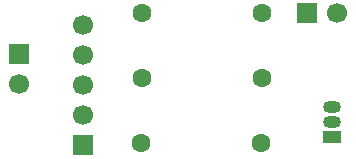
<source format=gbr>
%TF.GenerationSoftware,KiCad,Pcbnew,9.0.4*%
%TF.CreationDate,2025-08-23T19:45:09-04:00*%
%TF.ProjectId,DWMCBoardV3,44574d43-426f-4617-9264-56332e6b6963,rev?*%
%TF.SameCoordinates,Original*%
%TF.FileFunction,Soldermask,Bot*%
%TF.FilePolarity,Negative*%
%FSLAX46Y46*%
G04 Gerber Fmt 4.6, Leading zero omitted, Abs format (unit mm)*
G04 Created by KiCad (PCBNEW 9.0.4) date 2025-08-23 19:45:09*
%MOMM*%
%LPD*%
G01*
G04 APERTURE LIST*
%ADD10C,1.600000*%
%ADD11C,1.700000*%
%ADD12R,1.700000X1.700000*%
%ADD13R,1.500000X1.050000*%
%ADD14O,1.500000X1.050000*%
G04 APERTURE END LIST*
D10*
%TO.C,R3*%
X55340000Y-100000000D03*
X65500000Y-100000000D03*
%TD*%
D11*
%TO.C,J3*%
X72000000Y-89000000D03*
D12*
X69460000Y-89000000D03*
%TD*%
D10*
%TO.C,R2*%
X65580000Y-94500000D03*
X55420000Y-94500000D03*
%TD*%
%TO.C,R1*%
X65580000Y-89000000D03*
X55420000Y-89000000D03*
%TD*%
D13*
%TO.C,Q1*%
X71500000Y-99500000D03*
D14*
X71500000Y-98230000D03*
X71500000Y-96960000D03*
%TD*%
D12*
%TO.C,J2*%
X50500000Y-100160000D03*
D11*
X50500000Y-97620000D03*
X50500000Y-95080000D03*
X50500000Y-92540000D03*
X50500000Y-90000000D03*
%TD*%
D12*
%TO.C,J1*%
X45000000Y-92460000D03*
D11*
X45000000Y-95000000D03*
%TD*%
M02*

</source>
